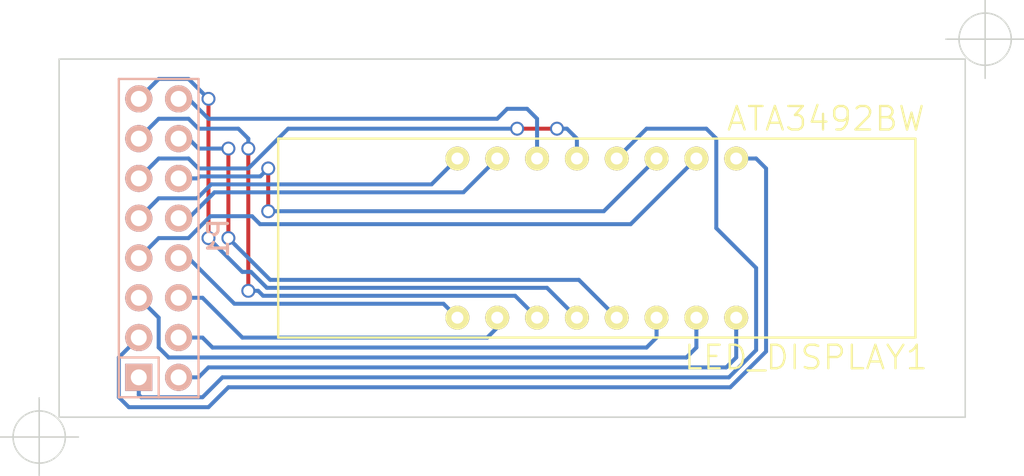
<source format=kicad_pcb>
(kicad_pcb (version 20221018) (generator pcbnew)
  (layers (0 "F.Cu" signal) (31 "B.Cu" signal) (34 "B.Paste" user) (35 "F.Paste" user) (36 "B.SilkS" user "B.Silkscreen") (37 "F.SilkS" user "F.Silkscreen") (38 "B.Mask" user) (39 "F.Mask" user) (44 "Edge.Cuts" user))
  (net 0 "")
  (net 1 "/DIG1")
  (net 2 "/DIG2")
  (net 3 "/D")
  (net 4 "/COL")
  (net 5 "/E")
  (net 6 "/DIG3")
  (net 7 "/P")
  (net 8 "/DIG4")
  (net 9 "/DEC_AN")
  (net 10 "/DEC")
  (net 11 "/F")
  (net 12 "/COL_AN")
  (net 13 "/C")
  (net 14 "/A")
  (net 15 "/G")
  (net 16 "/B")
  (footprint "Cylindric:4DIG_7SEG_ATA3492BW" (layer "F.Cu") (at 148.59 105.41)
    (fp_text reference "LED_DISPLAY1" (at 13.335 7.62) (layer "F.SilkS") (effects (font (size 1.5 1.5))))
    (fp_text value "ATA3492BW" (at 14.605 -7.62) (layer "F.SilkS") (effects (font (size 1.5 1.5))))
    (fp_line (start -20.32 -6.35) (end -20.32 6.35) (stroke (width 0.15)) (layer "F.SilkS"))
    (fp_line (start -20.32 6.35) (end 20.32 6.35) (stroke (width 0.15)) (layer "F.SilkS"))
    (fp_line (start 20.32 -6.35) (end -20.32 -6.35) (stroke (width 0.15)) (layer "F.SilkS"))
    (fp_line (start 20.32 -6.35) (end 20.32 6.35) (stroke (width 0.15)) (layer "F.SilkS"))
    (pad "1" thru_hole circle (at -8.89 5.08) (size 1.524 1.524) (drill 0.762) (layers "*.Cu" "*.Mask" "F.SilkS") (net 1 "/DIG1"))
    (pad "2" thru_hole circle (at -6.35 5.08) (size 1.524 1.524) (drill 0.762) (layers "*.Cu" "*.Mask" "F.SilkS") (net 2 "/DIG2"))
    (pad "3" thru_hole circle (at -3.81 5.08) (size 1.524 1.524) (drill 0.762) (layers "*.Cu" "*.Mask" "F.SilkS") (net 3 "/D"))
    (pad "4" thru_hole circle (at -1.27 5.08) (size 1.524 1.524) (drill 0.762) (layers "*.Cu" "*.Mask" "F.SilkS") (net 4 "/COL"))
    (pad "5" thru_hole circle (at 1.27 5.08) (size 1.524 1.524) (drill 0.762) (layers "*.Cu" "*.Mask" "F.SilkS") (net 5 "/E"))
    (pad "6" thru_hole circle (at 3.81 5.08) (size 1.524 1.524) (drill 0.762) (layers "*.Cu" "*.Mask" "F.SilkS") (net 6 "/DIG3"))
    (pad "7" thru_hole circle (at 6.35 5.08) (size 1.524 1.524) (drill 0.762) (layers "*.Cu" "*.Mask" "F.SilkS") (net 7 "/P"))
    (pad "8" thru_hole circle (at 8.89 5.08) (size 1.524 1.524) (drill 0.762) (layers "*.Cu" "*.Mask" "F.SilkS") (net 8 "/DIG4"))
    (pad "9" thru_hole circle (at 8.89 -5.08) (size 1.524 1.524) (drill 0.762) (layers "*.Cu" "*.Mask" "F.SilkS") (net 9 "/DEC_AN"))
    (pad "10" thru_hole circle (at 6.35 -5.08) (size 1.524 1.524) (drill 0.762) (layers "*.Cu" "*.Mask" "F.SilkS") (net 10 "/DEC"))
    (pad "11" thru_hole circle (at 3.81 -5.08) (size 1.524 1.524) (drill 0.762) (layers "*.Cu" "*.Mask" "F.SilkS") (net 11 "/F"))
    (pad "12" thru_hole circle (at 1.27 -5.08) (size 1.524 1.524) (drill 0.762) (layers "*.Cu" "*.Mask" "F.SilkS") (net 12 "/COL_AN"))
    (pad "13" thru_hole circle (at -1.27 -5.08) (size 1.524 1.524) (drill 0.762) (layers "*.Cu" "*.Mask" "F.SilkS") (net 13 "/C"))
    (pad "14" thru_hole circle (at -3.81 -5.08) (size 1.524 1.524) (drill 0.762) (layers "*.Cu" "*.Mask" "F.SilkS") (net 14 "/A"))
    (pad "15" thru_hole circle (at -6.35 -5.08) (size 1.524 1.524) (drill 0.762) (layers "*.Cu" "*.Mask" "F.SilkS") (net 15 "/G"))
    (pad "16" thru_hole circle (at -8.89 -5.08) (size 1.524 1.524) (drill 0.762) (layers "*.Cu" "*.Mask" "F.SilkS") (net 16 "/B"))
  )
  (footprint "Pin_Headers:Pin_Header_Straight_2x08" (layer "B.Cu") (at 120.65 105.41 90)
    (fp_text reference "P1" (at 0 3.81 90) (layer "B.SilkS") (effects (font (size 1.27 1.27) (thickness 0.2032)) (justify mirror)))
    (fp_text value "LED_DISPLAY" hide)
    (fp_line (start -10.16 -2.54) (end -10.16 0) (stroke (width 0.15)) (layer "B.SilkS"))
    (fp_line (start -10.16 -2.54) (end -7.62 -2.54) (stroke (width 0.15)) (layer "B.SilkS"))
    (fp_line (start -10.16 0) (end -7.62 0) (stroke (width 0.15)) (layer "B.SilkS"))
    (fp_line (start -10.16 2.54) (end -10.16 0) (stroke (width 0.15)) (layer "B.SilkS"))
    (fp_line (start -7.62 -2.54) (end 10.16 -2.54) (stroke (width 0.15)) (layer "B.SilkS"))
    (fp_line (start -7.62 0) (end -7.62 -2.54) (stroke (width 0.15)) (layer "B.SilkS"))
    (fp_line (start 10.16 2.54) (end -10.16 2.54) (stroke (width 0.15)) (layer "B.SilkS"))
    (fp_line (start 10.16 2.54) (end 10.16 -2.54) (stroke (width 0.15)) (layer "B.SilkS"))
    (pad "1" thru_hole rect (at -8.89 -1.27 90) (size 1.7272 1.7272) (drill 1.016) (layers "*.Cu" "*.Mask" "B.SilkS") (net 12 "/COL_AN"))
    (pad "2" thru_hole oval (at -8.89 1.27 90) (size 1.7272 1.7272) (drill 1.016) (layers "*.Cu" "*.Mask" "B.SilkS") (net 8 "/DIG4"))
    (pad "3" thru_hole oval (at -6.35 -1.27 90) (size 1.7272 1.7272) (drill 1.016) (layers "*.Cu" "*.Mask" "B.SilkS") (net 9 "/DEC_AN"))
    (pad "4" thru_hole oval (at -6.35 1.27 90) (size 1.7272 1.7272) (drill 1.016) (layers "*.Cu" "*.Mask" "B.SilkS") (net 6 "/DIG3"))
    (pad "5" thru_hole oval (at -3.81 -1.27 90) (size 1.7272 1.7272) (drill 1.016) (layers "*.Cu" "*.Mask" "B.SilkS") (net 7 "/P"))
    (pad "6" thru_hole oval (at -3.81 1.27 90) (size 1.7272 1.7272) (drill 1.016) (layers "*.Cu" "*.Mask" "B.SilkS") (net 2 "/DIG2"))
    (pad "7" thru_hole oval (at -1.27 -1.27 90) (size 1.7272 1.7272) (drill 1.016) (layers "*.Cu" "*.Mask" "B.SilkS") (net 10 "/DEC"))
    (pad "8" thru_hole oval (at -1.27 1.27 90) (size 1.7272 1.7272) (drill 1.016) (layers "*.Cu" "*.Mask" "B.SilkS") (net 1 "/DIG1"))
    (pad "9" thru_hole oval (at 1.27 -1.27 90) (size 1.7272 1.7272) (drill 1.016) (layers "*.Cu" "*.Mask" "B.SilkS") (net 16 "/B"))
    (pad "10" thru_hole oval (at 1.27 1.27 90) (size 1.7272 1.7272) (drill 1.016) (layers "*.Cu" "*.Mask" "B.SilkS") (net 15 "/G"))
    (pad "11" thru_hole oval (at 3.81 -1.27 90) (size 1.7272 1.7272) (drill 1.016) (layers "*.Cu" "*.Mask" "B.SilkS") (net 13 "/C"))
    (pad "12" thru_hole oval (at 3.81 1.27 90) (size 1.7272 1.7272) (drill 1.016) (layers "*.Cu" "*.Mask" "B.SilkS") (net 11 "/F"))
    (pad "13" thru_hole oval (at 6.35 -1.27 90) (size 1.7272 1.7272) (drill 1.016) (layers "*.Cu" "*.Mask" "B.SilkS") (net 3 "/D"))
    (pad "14" thru_hole oval (at 6.35 1.27 90) (size 1.7272 1.7272) (drill 1.016) (layers "*.Cu" "*.Mask" "B.SilkS") (net 5 "/E"))
    (pad "15" thru_hole oval (at 8.89 -1.27 90) (size 1.7272 1.7272) (drill 1.016) (layers "*.Cu" "*.Mask" "B.SilkS") (net 4 "/COL"))
    (pad "16" thru_hole oval (at 8.89 1.27 90) (size 1.7272 1.7272) (drill 1.016) (layers "*.Cu" "*.Mask" "B.SilkS") (net 14 "/A"))
  )
  (gr_line (start 114.3 116.84) (end 172.085 116.84) (stroke (width 0.1)) (layer "Edge.Cuts"))
  (gr_line (start 172.085 93.98) (end 172.085 116.84) (stroke (width 0.1)) (layer "Edge.Cuts"))
  (gr_line (start 114.3 93.98) (end 172.085 93.98) (stroke (width 0.1)) (layer "Edge.Cuts"))
  (gr_line (start 114.3 93.98) (end 114.3 116.84) (stroke (width 0.1)) (layer "Edge.Cuts"))
  (target plus (at 113.03 118.11) (size 5) (width 0.1) (layer "Edge.Cuts"))
  (target plus (at 173.355 92.71) (size 5) (width 0.1) (layer "Edge.Cuts"))
  (segment (start 125.476 109.601) (end 138.811 109.601) (width 0.254) (layer "B.Cu") (net 1))
  (segment (start 122.555 106.68) (end 125.476 109.601) (width 0.254) (layer "B.Cu") (net 1))
  (segment (start 121.92 106.68) (end 122.555 106.68) (width 0.254) (layer "B.Cu") (net 1))
  (segment (start 138.811 109.601) (end 139.7 110.49) (width 0.254) (layer "B.Cu") (net 1))
  (segment (start 125.984 111.76) (end 123.444 109.22) (width 0.254) (layer "B.Cu") (net 2))
  (segment (start 141.605 111.76) (end 125.984 111.76) (width 0.254) (layer "B.Cu") (net 2))
  (segment (start 123.444 109.22) (end 121.92 109.22) (width 0.254) (layer "B.Cu") (net 2))
  (segment (start 142.24 110.49) (end 142.24 111.125) (width 0.254) (layer "B.Cu") (net 2))
  (segment (start 142.24 111.125) (end 141.605 111.76) (width 0.254) (layer "B.Cu") (net 2))
  (segment (start 126.365 99.695) (end 126.365 108.77548) (width 0.254) (layer "F.Cu") (net 3))
  (via (at 126.365 108.77548) (size 0.889) (drill 0.635) (layers "F.Cu" "B.Cu") (net 3))
  (via (at 126.365 99.695) (size 0.889) (drill 0.635) (layers "F.Cu" "B.Cu") (net 3))
  (segment (start 126.365 108.585) (end 126.365 108.585) (width 0.254) (layer "B.Cu") (net 3))
  (segment (start 122.555 97.79) (end 123.19 98.425) (width 0.254) (layer "B.Cu") (net 3))
  (segment (start 123.19 98.425) (end 125.73 98.425) (width 0.254) (layer "B.Cu") (net 3))
  (segment (start 125.73 98.425) (end 126.365 99.06) (width 0.254) (layer "B.Cu") (net 3))
  (segment (start 126.365 99.06) (end 126.365 99.695) (width 0.254) (layer "B.Cu") (net 3))
  (segment (start 119.38 99.06) (end 120.65 97.79) (width 0.254) (layer "B.Cu") (net 3))
  (segment (start 120.65 97.79) (end 122.555 97.79) (width 0.254) (layer "B.Cu") (net 3))
  (segment (start 144.78 110.49) (end 143.38299 109.09299) (width 0.254) (layer "B.Cu") (net 3))
  (segment (start 143.38299 109.09299) (end 127.311127 109.09299) (width 0.254) (layer "B.Cu") (net 3))
  (segment (start 127.311127 109.09299) (end 126.993617 108.77548) (width 0.254) (layer "B.Cu") (net 3))
  (segment (start 126.993617 108.77548) (end 126.365 108.77548) (width 0.254) (layer "B.Cu") (net 3))
  (segment (start 123.825 105.41) (end 123.825 96.52) (width 0.254) (layer "F.Cu") (net 4))
  (via (at 123.825 105.41) (size 0.889) (drill 0.635) (layers "F.Cu" "B.Cu") (net 4))
  (via (at 123.825 96.52) (size 0.889) (drill 0.635) (layers "F.Cu" "B.Cu") (net 4))
  (segment (start 120.65 95.25) (end 119.38 96.52) (width 0.254) (layer "B.Cu") (net 4))
  (segment (start 119.38 96.52) (end 119.38 96.52) (width 0.254) (layer "B.Cu") (net 4))
  (segment (start 122.555 95.25) (end 123.825 96.52) (width 0.254) (layer "B.Cu") (net 4))
  (segment (start 123.825 96.52) (end 123.825 96.52) (width 0.254) (layer "B.Cu") (net 4))
  (segment (start 145.41498 108.58498) (end 127.551546 108.58498) (width 0.254) (layer "B.Cu") (net 4))
  (segment (start 126.535576 107.56901) (end 125.98401 107.56901) (width 0.254) (layer "B.Cu") (net 4))
  (segment (start 120.65 95.25) (end 122.555 95.25) (width 0.254) (layer "B.Cu") (net 4))
  (segment (start 127.551546 108.58498) (end 126.535576 107.56901) (width 0.254) (layer "B.Cu") (net 4))
  (segment (start 125.98401 107.56901) (end 124.269499 105.854499) (width 0.254) (layer "B.Cu") (net 4))
  (segment (start 124.269499 105.854499) (end 123.825 105.41) (width 0.254) (layer "B.Cu") (net 4))
  (segment (start 147.32 110.49) (end 145.41498 108.58498) (width 0.254) (layer "B.Cu") (net 4))
  (segment (start 125.095 99.695) (end 125.095 105.41) (width 0.254) (layer "F.Cu") (net 5))
  (via (at 125.095 99.695) (size 0.889) (drill 0.635) (layers "F.Cu" "B.Cu") (net 5))
  (via (at 125.095 105.41) (size 0.889) (drill 0.635) (layers "F.Cu" "B.Cu") (net 5))
  (segment (start 122.555 99.06) (end 123.19 99.695) (width 0.254) (layer "B.Cu") (net 5))
  (segment (start 123.19 99.695) (end 125.095 99.695) (width 0.254) (layer "B.Cu") (net 5))
  (segment (start 127.76197 108.07697) (end 125.539499 105.854499) (width 0.254) (layer "B.Cu") (net 5))
  (segment (start 122.555 99.06) (end 121.92 99.06) (width 0.254) (layer "B.Cu") (net 5))
  (segment (start 149.86 110.49) (end 147.44697 108.07697) (width 0.254) (layer "B.Cu") (net 5))
  (segment (start 125.539499 105.854499) (end 125.095 105.41) (width 0.254) (layer "B.Cu") (net 5))
  (segment (start 147.44697 108.07697) (end 127.76197 108.07697) (width 0.254) (layer "B.Cu") (net 5))
  (segment (start 152.4 110.49) (end 152.4 111.76) (width 0.254) (layer "B.Cu") (net 6))
  (segment (start 152.4 111.76) (end 151.765 112.395) (width 0.254) (layer "B.Cu") (net 6))
  (segment (start 124.079 112.395) (end 123.444 111.76) (width 0.254) (layer "B.Cu") (net 6))
  (segment (start 151.765 112.395) (end 124.079 112.395) (width 0.254) (layer "B.Cu") (net 6))
  (segment (start 123.444 111.76) (end 121.92 111.76) (width 0.254) (layer "B.Cu") (net 6))
  (segment (start 121.285 113.03) (end 121.285 113.03) (width 0.254) (layer "B.Cu") (net 7))
  (segment (start 121.285 113.03) (end 154.305 113.03) (width 0.254) (layer "B.Cu") (net 7))
  (segment (start 154.305 113.03) (end 154.305 113.03) (width 0.254) (layer "B.Cu") (net 7))
  (segment (start 154.94 112.395) (end 154.94 110.49) (width 0.254) (layer "B.Cu") (net 7))
  (segment (start 120.65 112.395) (end 120.65 110.49) (width 0.254) (layer "B.Cu") (net 7))
  (segment (start 120.65 110.49) (end 119.38 109.22) (width 0.254) (layer "B.Cu") (net 7))
  (segment (start 154.305 113.03) (end 154.94 112.395) (width 0.254) (layer "B.Cu") (net 7))
  (segment (start 121.285 113.03) (end 120.65 112.395) (width 0.254) (layer "B.Cu") (net 7))
  (segment (start 121.92 114.3) (end 121.92 114.3) (width 0.254) (layer "B.Cu") (net 8))
  (segment (start 121.92 114.3) (end 123.19 114.3) (width 0.254) (layer "B.Cu") (net 8))
  (segment (start 156.845 113.665) (end 157.48 113.03) (width 0.254) (layer "B.Cu") (net 8))
  (segment (start 123.825 113.665) (end 156.845 113.665) (width 0.254) (layer "B.Cu") (net 8))
  (segment (start 123.19 114.3) (end 123.825 113.665) (width 0.254) (layer "B.Cu") (net 8))
  (segment (start 157.48 113.03) (end 157.48 110.49) (width 0.254) (layer "B.Cu") (net 8))
  (segment (start 157.099 114.935) (end 125.095 114.935) (width 0.254) (layer "B.Cu") (net 9))
  (segment (start 159.385 112.649) (end 157.099 114.935) (width 0.254) (layer "B.Cu") (net 9))
  (segment (start 125.095 114.935) (end 123.825 116.205) (width 0.254) (layer "B.Cu") (net 9))
  (segment (start 118.745 116.205) (end 118.11 115.57) (width 0.254) (layer "B.Cu") (net 9))
  (segment (start 123.825 116.205) (end 118.745 116.205) (width 0.254) (layer "B.Cu") (net 9))
  (segment (start 118.11 113.03) (end 119.38 111.76) (width 0.254) (layer "B.Cu") (net 9))
  (segment (start 157.48 100.33) (end 158.75 100.33) (width 0.254) (layer "B.Cu") (net 9))
  (segment (start 118.11 115.57) (end 118.11 113.03) (width 0.254) (layer "B.Cu") (net 9))
  (segment (start 159.385 100.965) (end 159.385 112.649) (width 0.254) (layer "B.Cu") (net 9))
  (segment (start 158.75 100.33) (end 159.385 100.965) (width 0.254) (layer "B.Cu") (net 9))
  (segment (start 119.38 106.68) (end 120.65 105.41) (width 0.254) (layer "B.Cu") (net 10))
  (segment (start 123.952 104.013) (end 126.603738 104.013) (width 0.254) (layer "B.Cu") (net 10))
  (segment (start 126.603738 104.013) (end 127.111738 104.521) (width 0.254) (layer "B.Cu") (net 10))
  (segment (start 127.111738 104.521) (end 150.749 104.521) (width 0.254) (layer "B.Cu") (net 10))
  (segment (start 120.65 105.41) (end 122.555 105.41) (width 0.254) (layer "B.Cu") (net 10))
  (segment (start 154.178001 101.091999) (end 154.94 100.33) (width 0.254) (layer "B.Cu") (net 10))
  (segment (start 150.749 104.521) (end 154.178001 101.091999) (width 0.254) (layer "B.Cu") (net 10))
  (segment (start 122.555 105.41) (end 123.952 104.013) (width 0.254) (layer "B.Cu") (net 10))
  (segment (start 127.635 100.965) (end 127.635 103.69548) (width 0.254) (layer "F.Cu") (net 11))
  (via (at 127.635 100.965) (size 0.889) (drill 0.635) (layers "F.Cu" "B.Cu") (net 11))
  (via (at 127.635 103.69548) (size 0.889) (drill 0.635) (layers "F.Cu" "B.Cu") (net 11))
  (segment (start 123.141314 101.6) (end 123.268334 101.47298) (width 0.254) (layer "B.Cu") (net 11))
  (segment (start 149.03452 103.69548) (end 128.263617 103.69548) (width 0.254) (layer "B.Cu") (net 11))
  (segment (start 127.190501 101.409499) (end 127.635 100.965) (width 0.254) (layer "B.Cu") (net 11))
  (segment (start 152.4 100.33) (end 149.03452 103.69548) (width 0.254) (layer "B.Cu") (net 11))
  (segment (start 128.263617 103.69548) (end 127.635 103.69548) (width 0.254) (layer "B.Cu") (net 11))
  (segment (start 121.92 101.6) (end 123.141314 101.6) (width 0.254) (layer "B.Cu") (net 11))
  (segment (start 123.268334 101.47298) (end 127.12702 101.47298) (width 0.254) (layer "B.Cu") (net 11))
  (segment (start 127.12702 101.47298) (end 127.190501 101.409499) (width 0.254) (layer "B.Cu") (net 11))
  (segment (start 157.015566 114.3) (end 158.75 112.565566) (width 0.254) (layer "B.Cu") (net 12))
  (segment (start 156.21 104.775) (end 156.21 99.06) (width 0.254) (layer "B.Cu") (net 12))
  (segment (start 155.575 98.425) (end 151.765 98.425) (width 0.254) (layer "B.Cu") (net 12))
  (segment (start 119.5324 115.57) (end 123.444 115.57) (width 0.254) (layer "B.Cu") (net 12))
  (segment (start 158.75 107.315) (end 156.21 104.775) (width 0.254) (layer "B.Cu") (net 12))
  (segment (start 151.765 98.425) (end 150.621999 99.568001) (width 0.254) (layer "B.Cu") (net 12))
  (segment (start 119.38 115.4176) (end 119.5324 115.57) (width 0.254) (layer "B.Cu") (net 12))
  (segment (start 156.21 99.06) (end 155.575 98.425) (width 0.254) (layer "B.Cu") (net 12))
  (segment (start 158.75 112.565566) (end 158.75 107.315) (width 0.254) (layer "B.Cu") (net 12))
  (segment (start 123.444 115.57) (end 124.714 114.3) (width 0.254) (layer "B.Cu") (net 12))
  (segment (start 119.38 114.3) (end 119.38 115.4176) (width 0.254) (layer "B.Cu") (net 12))
  (segment (start 150.621999 99.568001) (end 149.86 100.33) (width 0.254) (layer "B.Cu") (net 12))
  (segment (start 124.714 114.3) (end 157.015566 114.3) (width 0.254) (layer "B.Cu") (net 12))
  (segment (start 143.51 98.425) (end 146.05 98.425) (width 0.254) (layer "F.Cu") (net 13))
  (via (at 143.51 98.425) (size 0.889) (drill 0.635) (layers "F.Cu" "B.Cu") (net 13))
  (via (at 146.05 98.425) (size 0.889) (drill 0.635) (layers "F.Cu" "B.Cu") (net 13))
  (segment (start 147.32 100.33) (end 147.32 99.06) (width 0.254) (layer "B.Cu") (net 13))
  (segment (start 146.685 98.425) (end 147.32 99.06) (width 0.254) (layer "B.Cu") (net 13))
  (segment (start 126.36503 100.96497) (end 123.18997 100.96497) (width 0.254) (layer "B.Cu") (net 13))
  (segment (start 120.243599 100.736401) (end 119.38 101.6) (width 0.254) (layer "B.Cu") (net 13))
  (segment (start 143.51 98.425) (end 128.905 98.425) (width 0.254) (layer "B.Cu") (net 13))
  (segment (start 146.05 98.425) (end 146.685 98.425) (width 0.254) (layer "B.Cu") (net 13))
  (segment (start 128.905 98.425) (end 126.36503 100.96497) (width 0.254) (layer "B.Cu") (net 13))
  (segment (start 122.555 100.33) (end 120.65 100.33) (width 0.254) (layer "B.Cu") (net 13))
  (segment (start 120.65 100.33) (end 120.243599 100.736401) (width 0.254) (layer "B.Cu") (net 13))
  (segment (start 123.18997 100.96497) (end 122.555 100.33) (width 0.254) (layer "B.Cu") (net 13))
  (segment (start 144.145 97.155) (end 144.78 97.79) (width 0.254) (layer "B.Cu") (net 14))
  (segment (start 144.78 97.79) (end 144.78 100.33) (width 0.254) (layer "B.Cu") (net 14))
  (segment (start 122.555 96.52) (end 123.825 97.79) (width 0.254) (layer "B.Cu") (net 14))
  (segment (start 123.825 97.79) (end 142.24 97.79) (width 0.254) (layer "B.Cu") (net 14))
  (segment (start 142.24 97.79) (end 142.875 97.155) (width 0.254) (layer "B.Cu") (net 14))
  (segment (start 142.875 97.155) (end 144.145 97.155) (width 0.254) (layer "B.Cu") (net 14))
  (segment (start 121.92 96.52) (end 122.555 96.52) (width 0.254) (layer "B.Cu") (net 14))
  (segment (start 124.206 102.489) (end 140.081 102.489) (width 0.254) (layer "B.Cu") (net 15))
  (segment (start 122.555 104.14) (end 124.206 102.489) (width 0.254) (layer "B.Cu") (net 15))
  (segment (start 141.478001 101.091999) (end 142.24 100.33) (width 0.254) (layer "B.Cu") (net 15))
  (segment (start 121.92 104.14) (end 122.555 104.14) (width 0.254) (layer "B.Cu") (net 15))
  (segment (start 140.081 102.489) (end 141.478001 101.091999) (width 0.254) (layer "B.Cu") (net 15))
  (segment (start 139.7 100.965) (end 139.7 100.33) (width 0.254) (layer "B.Cu") (net 16))
  (segment (start 138.938001 101.091999) (end 139.7 100.33) (width 0.254) (layer "B.Cu") (net 16))
  (segment (start 119.38 104.14) (end 120.65 102.87) (width 0.254) (layer "B.Cu") (net 16))
  (segment (start 123.995576 101.98099) (end 138.04901 101.98099) (width 0.254) (layer "B.Cu") (net 16))
  (segment (start 120.65 102.87) (end 123.106566 102.87) (width 0.254) (layer "B.Cu") (net 16))
  (segment (start 123.106566 102.87) (end 123.995576 101.98099) (width 0.254) (layer "B.Cu") (net 16))
  (segment (start 138.04901 101.98099) (end 138.938001 101.091999) (width 0.254) (layer "B.Cu") (net 16))
)
</source>
